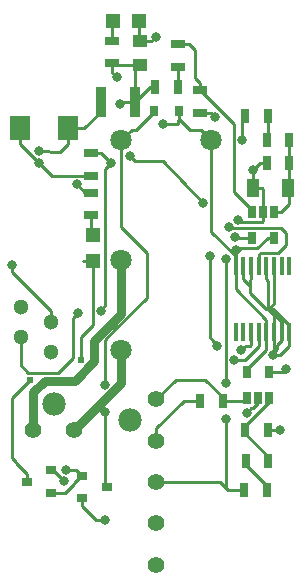
<source format=gtl>
G04 #@! TF.GenerationSoftware,KiCad,Pcbnew,5.0.0-fee4fd1~66~ubuntu18.04.1*
G04 #@! TF.CreationDate,2019-02-11T21:46:51-05:00*
G04 #@! TF.ProjectId,IMD_v1,494D445F76312E6B696361645F706362,rev?*
G04 #@! TF.SameCoordinates,Original*
G04 #@! TF.FileFunction,Copper,L1,Top,Signal*
G04 #@! TF.FilePolarity,Positive*
%FSLAX46Y46*%
G04 Gerber Fmt 4.6, Leading zero omitted, Abs format (unit mm)*
G04 Created by KiCad (PCBNEW 5.0.0-fee4fd1~66~ubuntu18.04.1) date Mon Feb 11 21:46:51 2019*
%MOMM*%
%LPD*%
G01*
G04 APERTURE LIST*
G04 #@! TA.AperFunction,ComponentPad*
%ADD10C,1.800000*%
G04 #@! TD*
G04 #@! TA.AperFunction,SMDPad,CuDef*
%ADD11R,1.250000X1.000000*%
G04 #@! TD*
G04 #@! TA.AperFunction,SMDPad,CuDef*
%ADD12R,1.000000X1.600000*%
G04 #@! TD*
G04 #@! TA.AperFunction,SMDPad,CuDef*
%ADD13R,1.778000X2.159000*%
G04 #@! TD*
G04 #@! TA.AperFunction,SMDPad,CuDef*
%ADD14R,1.200000X1.200000*%
G04 #@! TD*
G04 #@! TA.AperFunction,SMDPad,CuDef*
%ADD15R,0.800000X0.900000*%
G04 #@! TD*
G04 #@! TA.AperFunction,SMDPad,CuDef*
%ADD16R,0.900000X2.500000*%
G04 #@! TD*
G04 #@! TA.AperFunction,ComponentPad*
%ADD17C,1.300000*%
G04 #@! TD*
G04 #@! TA.AperFunction,ComponentPad*
%ADD18C,1.397000*%
G04 #@! TD*
G04 #@! TA.AperFunction,ComponentPad*
%ADD19C,1.981000*%
G04 #@! TD*
G04 #@! TA.AperFunction,SMDPad,CuDef*
%ADD20R,0.900000X0.800000*%
G04 #@! TD*
G04 #@! TA.AperFunction,SMDPad,CuDef*
%ADD21R,1.300000X0.700000*%
G04 #@! TD*
G04 #@! TA.AperFunction,SMDPad,CuDef*
%ADD22R,0.700000X1.300000*%
G04 #@! TD*
G04 #@! TA.AperFunction,SMDPad,CuDef*
%ADD23R,0.650000X1.060000*%
G04 #@! TD*
G04 #@! TA.AperFunction,SMDPad,CuDef*
%ADD24R,0.350000X1.600000*%
G04 #@! TD*
G04 #@! TA.AperFunction,ViaPad*
%ADD25C,0.800000*%
G04 #@! TD*
G04 #@! TA.AperFunction,ViaPad*
%ADD26C,0.609600*%
G04 #@! TD*
G04 #@! TA.AperFunction,Conductor*
%ADD27C,0.250000*%
G04 #@! TD*
G04 #@! TA.AperFunction,Conductor*
%ADD28C,0.762000*%
G04 #@! TD*
G04 APERTURE END LIST*
D10*
G04 #@! TO.P,K1,1*
G04 #@! TO.N,Net-(D3-Pad2)*
X104013000Y-69977000D03*
G04 #@! TO.P,K1,2*
G04 #@! TO.N,Net-(J2-Pad2)*
X104013000Y-80137000D03*
G04 #@! TO.P,K1,3*
G04 #@! TO.N,Net-(J2-Pad1)*
X104013000Y-87757000D03*
G04 #@! TO.P,K1,5*
G04 #@! TO.N,/12V_Fused*
X111633000Y-69977000D03*
G04 #@! TD*
D11*
G04 #@! TO.P,C1,1*
G04 #@! TO.N,/12V_Fused*
X105600500Y-63595000D03*
G04 #@! TO.P,C1,2*
G04 #@! TO.N,GND*
X105600500Y-61595000D03*
G04 #@! TD*
D12*
G04 #@! TO.P,C2,1*
G04 #@! TO.N,Net-(C2-Pad1)*
X118149500Y-73977500D03*
G04 #@! TO.P,C2,2*
G04 #@! TO.N,GND*
X115149500Y-73977500D03*
G04 #@! TD*
D13*
G04 #@! TO.P,D1,2*
G04 #@! TO.N,GND*
X95440500Y-68961000D03*
G04 #@! TO.P,D1,1*
G04 #@! TO.N,+12V*
X99504500Y-68961000D03*
G04 #@! TD*
D14*
G04 #@! TO.P,D2,1*
G04 #@! TO.N,GND*
X105473500Y-59880500D03*
G04 #@! TO.P,D2,2*
G04 #@! TO.N,Net-(D2-Pad2)*
X103273500Y-59880500D03*
G04 #@! TD*
D15*
G04 #@! TO.P,D3,1*
G04 #@! TO.N,/12V_Fused*
X108907000Y-67500500D03*
G04 #@! TO.P,D3,2*
G04 #@! TO.N,Net-(D3-Pad2)*
X106807000Y-67500500D03*
G04 #@! TD*
D14*
G04 #@! TO.P,D4,2*
G04 #@! TO.N,Net-(D4-Pad2)*
X101600000Y-77978000D03*
G04 #@! TO.P,D4,1*
G04 #@! TO.N,Net-(D4-Pad1)*
X101600000Y-80178000D03*
G04 #@! TD*
D16*
G04 #@! TO.P,F1,1*
G04 #@! TO.N,+12V*
X102256000Y-66738500D03*
G04 #@! TO.P,F1,2*
G04 #@! TO.N,/12V_Fused*
X105156000Y-66738500D03*
G04 #@! TD*
D17*
G04 #@! TO.P,J1,3*
G04 #@! TO.N,/IMD_Status_Output*
X95504000Y-86614000D03*
G04 #@! TO.P,J1,1*
G04 #@! TO.N,GND*
X95504000Y-84074000D03*
G04 #@! TO.P,J1,2*
G04 #@! TO.N,+12V*
X98044000Y-85344000D03*
G04 #@! TO.P,J1,4*
G04 #@! TO.N,GND*
X98044000Y-87884000D03*
G04 #@! TD*
D18*
G04 #@! TO.P,J2,2*
G04 #@! TO.N,Net-(J2-Pad2)*
X96520000Y-94488000D03*
G04 #@! TO.P,J2,1*
G04 #@! TO.N,Net-(J2-Pad1)*
X100020000Y-94488000D03*
D19*
G04 #@! TO.P,J2,*
G04 #@! TO.N,*
X98270000Y-92258000D03*
G04 #@! TD*
D20*
G04 #@! TO.P,Q1,3*
G04 #@! TO.N,Net-(D3-Pad2)*
X102777000Y-99314000D03*
G04 #@! TO.P,Q1,2*
G04 #@! TO.N,GND*
X100677000Y-100264000D03*
G04 #@! TO.P,Q1,1*
G04 #@! TO.N,/IMD_Status_Output*
X100677000Y-98364000D03*
G04 #@! TD*
G04 #@! TO.P,Q2,1*
G04 #@! TO.N,/IMD_Status_Output*
X98078000Y-99819500D03*
G04 #@! TO.P,Q2,2*
G04 #@! TO.N,GND*
X98078000Y-97919500D03*
G04 #@! TO.P,Q2,3*
G04 #@! TO.N,Net-(D4-Pad1)*
X95978000Y-98869500D03*
G04 #@! TD*
D21*
G04 #@! TO.P,R1,2*
G04 #@! TO.N,Net-(D2-Pad2)*
X103251000Y-61531500D03*
G04 #@! TO.P,R1,1*
G04 #@! TO.N,/12V_Fused*
X103251000Y-63431500D03*
G04 #@! TD*
D22*
G04 #@! TO.P,R2,1*
G04 #@! TO.N,/12V_Fused*
X106870500Y-65468500D03*
G04 #@! TO.P,R2,2*
G04 #@! TO.N,Net-(R2-Pad2)*
X108770500Y-65468500D03*
G04 #@! TD*
D21*
G04 #@! TO.P,R3,1*
G04 #@! TO.N,Net-(R2-Pad2)*
X108839000Y-63751500D03*
G04 #@! TO.P,R3,2*
G04 #@! TO.N,Net-(R3-Pad2)*
X108839000Y-61851500D03*
G04 #@! TD*
G04 #@! TO.P,R4,2*
G04 #@! TO.N,GND*
X110680500Y-67625000D03*
G04 #@! TO.P,R4,1*
G04 #@! TO.N,Net-(R3-Pad2)*
X110680500Y-65725000D03*
G04 #@! TD*
D22*
G04 #@! TO.P,R5,2*
G04 #@! TO.N,Net-(R5-Pad2)*
X116393000Y-67945000D03*
G04 #@! TO.P,R5,1*
G04 #@! TO.N,/12V_Fused*
X114493000Y-67945000D03*
G04 #@! TD*
G04 #@! TO.P,R6,1*
G04 #@! TO.N,/12V_Fused*
X114432000Y-99568000D03*
G04 #@! TO.P,R6,2*
G04 #@! TO.N,Net-(R13-Pad1)*
X116332000Y-99568000D03*
G04 #@! TD*
G04 #@! TO.P,R7,1*
G04 #@! TO.N,Net-(R13-Pad2)*
X114495500Y-94488000D03*
G04 #@! TO.P,R7,2*
G04 #@! TO.N,GND*
X116395500Y-94488000D03*
G04 #@! TD*
G04 #@! TO.P,R8,1*
G04 #@! TO.N,Net-(C2-Pad1)*
X118234500Y-69977000D03*
G04 #@! TO.P,R8,2*
G04 #@! TO.N,Net-(R5-Pad2)*
X116334500Y-69977000D03*
G04 #@! TD*
G04 #@! TO.P,R9,1*
G04 #@! TO.N,Net-(R9-Pad1)*
X112585500Y-92011500D03*
G04 #@! TO.P,R9,2*
G04 #@! TO.N,GND*
X110685500Y-92011500D03*
G04 #@! TD*
G04 #@! TO.P,R10,2*
G04 #@! TO.N,GND*
X116334500Y-71882000D03*
G04 #@! TO.P,R10,1*
G04 #@! TO.N,Net-(C2-Pad1)*
X118234500Y-71882000D03*
G04 #@! TD*
D21*
G04 #@! TO.P,R11,1*
G04 #@! TO.N,/IMD_Status_Output*
X101409500Y-71056500D03*
G04 #@! TO.P,R11,2*
G04 #@! TO.N,GND*
X101409500Y-72956500D03*
G04 #@! TD*
G04 #@! TO.P,R12,2*
G04 #@! TO.N,Net-(D4-Pad2)*
X101409500Y-76322000D03*
G04 #@! TO.P,R12,1*
G04 #@! TO.N,/12V_Fused*
X101409500Y-74422000D03*
G04 #@! TD*
D22*
G04 #@! TO.P,R13,2*
G04 #@! TO.N,Net-(R13-Pad2)*
X116459000Y-97091500D03*
G04 #@! TO.P,R13,1*
G04 #@! TO.N,Net-(R13-Pad1)*
X114559000Y-97091500D03*
G04 #@! TD*
D18*
G04 #@! TO.P,U1,2*
G04 #@! TO.N,GND*
X106934000Y-95405000D03*
G04 #@! TO.P,U1,1*
G04 #@! TO.N,Net-(R9-Pad1)*
X106934000Y-91905000D03*
D19*
G04 #@! TO.P,U1,*
G04 #@! TO.N,*
X104704000Y-93655000D03*
D18*
G04 #@! TO.P,U1,3*
G04 #@! TO.N,/12V_Fused*
X106934000Y-98905000D03*
G04 #@! TO.P,U1,4*
G04 #@! TO.N,GND*
X106934000Y-102405000D03*
G04 #@! TO.P,U1,5*
X106934000Y-105905000D03*
G04 #@! TD*
D23*
G04 #@! TO.P,U2,5*
G04 #@! TO.N,/12V_Fused*
X114622500Y-89557500D03*
G04 #@! TO.P,U2,4*
G04 #@! TO.N,Net-(U2-Pad4)*
X116522500Y-89557500D03*
G04 #@! TO.P,U2,3*
G04 #@! TO.N,Net-(R13-Pad2)*
X116522500Y-91757500D03*
G04 #@! TO.P,U2,2*
G04 #@! TO.N,GND*
X115572500Y-91757500D03*
G04 #@! TO.P,U2,1*
G04 #@! TO.N,Net-(R9-Pad1)*
X114622500Y-91757500D03*
G04 #@! TD*
G04 #@! TO.P,U3,1*
G04 #@! TO.N,Net-(C2-Pad1)*
X116964500Y-76052500D03*
G04 #@! TO.P,U3,2*
G04 #@! TO.N,GND*
X116014500Y-76052500D03*
G04 #@! TO.P,U3,3*
G04 #@! TO.N,Net-(R3-Pad2)*
X115064500Y-76052500D03*
G04 #@! TO.P,U3,4*
G04 #@! TO.N,Net-(U3-Pad4)*
X115064500Y-78252500D03*
G04 #@! TO.P,U3,5*
G04 #@! TO.N,/12V_Fused*
X116964500Y-78252500D03*
G04 #@! TD*
D24*
G04 #@! TO.P,U4,1*
G04 #@! TO.N,Net-(U4-Pad1)*
X113676000Y-86239000D03*
G04 #@! TO.P,U4,2*
G04 #@! TO.N,Net-(U4-Pad2)*
X114326000Y-86239000D03*
G04 #@! TO.P,U4,3*
G04 #@! TO.N,Net-(U3-Pad4)*
X114976000Y-86239000D03*
G04 #@! TO.P,U4,4*
G04 #@! TO.N,Net-(U2-Pad4)*
X115626000Y-86239000D03*
G04 #@! TO.P,U4,5*
G04 #@! TO.N,/12V_Fused*
X116276000Y-86239000D03*
G04 #@! TO.P,U4,6*
G04 #@! TO.N,GND*
X116926000Y-86239000D03*
G04 #@! TO.P,U4,7*
X117576000Y-86239000D03*
G04 #@! TO.P,U4,8*
X118226000Y-86239000D03*
G04 #@! TO.P,U4,9*
G04 #@! TO.N,Net-(U4-Pad9)*
X118226000Y-80639000D03*
G04 #@! TO.P,U4,10*
G04 #@! TO.N,Net-(U4-Pad10)*
X117576000Y-80639000D03*
G04 #@! TO.P,U4,11*
G04 #@! TO.N,GND*
X116926000Y-80639000D03*
G04 #@! TO.P,U4,12*
X116276000Y-80639000D03*
G04 #@! TO.P,U4,13*
G04 #@! TO.N,/IMD_Status_Output*
X115626000Y-80639000D03*
G04 #@! TO.P,U4,14*
G04 #@! TO.N,GND*
X114976000Y-80639000D03*
G04 #@! TO.P,U4,15*
X114326000Y-80639000D03*
G04 #@! TO.P,U4,16*
G04 #@! TO.N,/12V_Fused*
X113676000Y-80639000D03*
G04 #@! TD*
D25*
G04 #@! TO.N,/12V_Fused*
X103632000Y-64643000D03*
X114263000Y-69977000D03*
X100229500Y-73695986D03*
X103886000Y-66865500D03*
X107569000Y-68580000D03*
X112859826Y-80037980D03*
X112903000Y-90551000D03*
X112903000Y-93599000D03*
X113684500Y-79213306D03*
G04 #@! TO.N,GND*
X99172287Y-98843408D03*
X102616000Y-102108000D03*
X117475000Y-94488000D03*
X114624097Y-93034097D03*
X115149500Y-72467000D03*
X111948346Y-68010654D03*
X106934000Y-61214000D03*
X116874161Y-88161977D03*
X113919000Y-76708000D03*
X97032000Y-71882000D03*
G04 #@! TO.N,+12V*
X97042407Y-70867102D03*
X94742000Y-80518000D03*
G04 #@! TO.N,Net-(D3-Pad2)*
X102616000Y-90678000D03*
X102616000Y-92964000D03*
D26*
G04 #@! TO.N,Net-(D4-Pad1)*
X100584000Y-88563592D03*
X96266000Y-90297000D03*
D25*
G04 #@! TO.N,/IMD_Status_Output*
X99314000Y-97853500D03*
X104738000Y-71311452D03*
X110908000Y-75311000D03*
X113130653Y-77323234D03*
X103124000Y-71871000D03*
X102325000Y-84455000D03*
X100330000Y-84582000D03*
G04 #@! TO.N,Net-(U2-Pad4)*
X113584827Y-88565738D03*
X117919500Y-89344500D03*
G04 #@! TO.N,Net-(U3-Pad4)*
X113665000Y-78168500D03*
X114173000Y-87757000D03*
X111511815Y-79756000D03*
X112134826Y-87376000D03*
G04 #@! TD*
D27*
G04 #@! TO.N,/12V_Fused*
X114622500Y-89557500D02*
X114622500Y-89352500D01*
X110733001Y-69077001D02*
X111633000Y-69977000D01*
X109783501Y-69077001D02*
X110733001Y-69077001D01*
X108907000Y-68200500D02*
X109783501Y-69077001D01*
X108907000Y-67500500D02*
X108907000Y-68200500D01*
X106426000Y-65468500D02*
X105156000Y-66738500D01*
X106870500Y-65468500D02*
X106426000Y-65468500D01*
X105156000Y-64039500D02*
X105600500Y-63595000D01*
X105156000Y-66738500D02*
X105156000Y-64039500D01*
X103414500Y-63595000D02*
X103251000Y-63431500D01*
X105600500Y-63595000D02*
X103414500Y-63595000D01*
X116276000Y-85189000D02*
X113676000Y-82589000D01*
X116276000Y-86239000D02*
X116276000Y-85189000D01*
X116389500Y-78252500D02*
X116964500Y-78252500D01*
X115534499Y-79107501D02*
X116389500Y-78252500D01*
X114157499Y-79107501D02*
X115534499Y-79107501D01*
X113676000Y-79589000D02*
X114157499Y-79107501D01*
X116276000Y-87752308D02*
X115850654Y-88177654D01*
X116276000Y-86239000D02*
X116276000Y-87752308D01*
X114622500Y-89352500D02*
X115850654Y-88177654D01*
X113676000Y-80639000D02*
X113676000Y-82486500D01*
X113676000Y-82589000D02*
X113676000Y-82486500D01*
X111633000Y-77713000D02*
X111633000Y-69977000D01*
X113676000Y-79756000D02*
X111633000Y-77713000D01*
X113676000Y-79756000D02*
X113676000Y-79589000D01*
X113676000Y-80639000D02*
X113676000Y-79756000D01*
X103251000Y-63431500D02*
X103251000Y-64262000D01*
X103251000Y-64262000D02*
X103632000Y-64643000D01*
X114263000Y-68175000D02*
X114493000Y-67945000D01*
X114263000Y-69977000D02*
X114263000Y-68175000D01*
X101409500Y-74422000D02*
X100955514Y-74422000D01*
X104013000Y-66738500D02*
X103886000Y-66865500D01*
X105156000Y-66738500D02*
X104013000Y-66738500D01*
X100955514Y-74422000D02*
X100229500Y-73695986D01*
X108839000Y-68268500D02*
X108907000Y-68200500D01*
X107569000Y-68580000D02*
X108839000Y-68580000D01*
X108839000Y-68580000D02*
X108839000Y-68268500D01*
X112859826Y-80037980D02*
X112859826Y-90507826D01*
X112859826Y-90507826D02*
X112903000Y-90551000D01*
X114432000Y-99568000D02*
X113220500Y-99568000D01*
X113220500Y-99568000D02*
X113030000Y-99568000D01*
X113030000Y-99568000D02*
X112859826Y-99397826D01*
X113676000Y-79221806D02*
X113684500Y-79213306D01*
X113676000Y-79589000D02*
X113676000Y-79221806D01*
X112903000Y-93599000D02*
X112903000Y-98762826D01*
X112859826Y-99397826D02*
X112859826Y-98806000D01*
X112903000Y-98762826D02*
X112859826Y-98806000D01*
X112367000Y-98905000D02*
X106934000Y-98905000D01*
X112859826Y-99397826D02*
X112367000Y-98905000D01*
G04 #@! TO.N,GND*
X114326000Y-80639000D02*
X114326000Y-81689000D01*
X114326000Y-81689000D02*
X114900999Y-82263999D01*
X114900999Y-82896999D02*
X116268500Y-84264500D01*
X116268500Y-84264500D02*
X116459000Y-84264500D01*
X114900999Y-81764001D02*
X114900999Y-82423000D01*
X114976000Y-81689000D02*
X114900999Y-81764001D01*
X114976000Y-80639000D02*
X114976000Y-81689000D01*
X114900999Y-82263999D02*
X114900999Y-82423000D01*
X114900999Y-82423000D02*
X114900999Y-82896999D01*
X116459000Y-81872000D02*
X116459000Y-83698815D01*
X116276000Y-81689000D02*
X116459000Y-81872000D01*
X116459000Y-83698815D02*
X116459000Y-84264500D01*
X116276000Y-80639000D02*
X116276000Y-81689000D01*
X116926000Y-83797500D02*
X116459000Y-84264500D01*
X116926000Y-80639000D02*
X116926000Y-83797500D01*
X116014500Y-74092500D02*
X115899500Y-73977500D01*
X115899500Y-73977500D02*
X115149500Y-73977500D01*
X116014500Y-76052500D02*
X116014500Y-74092500D01*
X116926000Y-84731500D02*
X116926000Y-86239000D01*
X116459000Y-84264500D02*
X116926000Y-84731500D01*
X117576000Y-85381500D02*
X116459000Y-84264500D01*
X117576000Y-86239000D02*
X117576000Y-85381500D01*
X116876500Y-84264500D02*
X116459000Y-84264500D01*
X118226000Y-85614000D02*
X116876500Y-84264500D01*
X118226000Y-86239000D02*
X118226000Y-85614000D01*
X117151000Y-87289000D02*
X117576000Y-86864000D01*
X117576000Y-86864000D02*
X117576000Y-86239000D01*
X117151000Y-87513718D02*
X117151000Y-87289000D01*
X116649500Y-88015218D02*
X116714448Y-88015218D01*
X116714448Y-88015218D02*
X116868853Y-88169623D01*
X98078000Y-97919500D02*
X98248379Y-97919500D01*
X98248379Y-97919500D02*
X99172287Y-98843408D01*
X100677000Y-100914000D02*
X101871000Y-102108000D01*
X100677000Y-100264000D02*
X100677000Y-100914000D01*
X101871000Y-102108000D02*
X102616000Y-102108000D01*
X110685500Y-92011500D02*
X109283500Y-92011500D01*
X106934000Y-94361000D02*
X106934000Y-95405000D01*
X109283500Y-92011500D02*
X106934000Y-94361000D01*
X116395500Y-94488000D02*
X117475000Y-94488000D01*
X115185904Y-92634098D02*
X115024096Y-92634098D01*
X115024096Y-92634098D02*
X114624097Y-93034097D01*
X115572500Y-92247502D02*
X115185904Y-92634098D01*
X115572500Y-91757500D02*
X115572500Y-92247502D01*
X110685500Y-92311500D02*
X110685500Y-92011500D01*
X115149500Y-72927500D02*
X115149500Y-73977500D01*
X115149500Y-72467000D02*
X115149500Y-72927500D01*
X115734500Y-71882000D02*
X115149500Y-72467000D01*
X116334500Y-71882000D02*
X115734500Y-71882000D01*
X110680500Y-67625000D02*
X111562692Y-67625000D01*
X111562692Y-67625000D02*
X111948346Y-68010654D01*
X105473500Y-61468000D02*
X105600500Y-61595000D01*
X105473500Y-59880500D02*
X105473500Y-61468000D01*
X105600500Y-61595000D02*
X106553000Y-61595000D01*
X106553000Y-61595000D02*
X106934000Y-61214000D01*
X116727402Y-88015218D02*
X116874161Y-88161977D01*
X116649500Y-88015218D02*
X116874161Y-88161977D01*
X116714448Y-88015218D02*
X116727402Y-88015218D01*
X116874161Y-88161977D02*
X117151000Y-87513718D01*
X114118501Y-76907501D02*
X113919000Y-76708000D01*
X115939499Y-76907501D02*
X114118501Y-76907501D01*
X116014500Y-76052500D02*
X116014500Y-76832500D01*
X116014500Y-76832500D02*
X115939499Y-76907501D01*
X100509500Y-72956500D02*
X101409500Y-72956500D01*
X98106500Y-72956500D02*
X100509500Y-72956500D01*
X95440500Y-68961000D02*
X95440500Y-70290500D01*
X97032000Y-71882000D02*
X98106500Y-72956500D01*
X95440500Y-70290500D02*
X97032000Y-71882000D01*
X116926000Y-88110138D02*
X116874161Y-88161977D01*
X116926000Y-86239000D02*
X116926000Y-88110138D01*
X118226000Y-87375823D02*
X118226000Y-87289000D01*
X118226000Y-87289000D02*
X118226000Y-86239000D01*
X117439846Y-88161977D02*
X118226000Y-87375823D01*
X116874161Y-88161977D02*
X117439846Y-88161977D01*
G04 #@! TO.N,Net-(C2-Pad1)*
X117539500Y-76052500D02*
X116964500Y-76052500D01*
X118234500Y-75357500D02*
X117539500Y-76052500D01*
X118234500Y-69977000D02*
X118234500Y-75357500D01*
G04 #@! TO.N,+12V*
X100643500Y-68961000D02*
X99504500Y-68961000D01*
X100833500Y-68961000D02*
X100643500Y-68961000D01*
X102256000Y-67538500D02*
X100833500Y-68961000D01*
X102256000Y-66738500D02*
X102256000Y-67538500D01*
X99504500Y-70290500D02*
X98802000Y-70993000D01*
X99504500Y-68961000D02*
X99504500Y-70290500D01*
X97028000Y-70881509D02*
X97042407Y-70867102D01*
X97028000Y-70993000D02*
X97028000Y-70881509D01*
X98802000Y-70993000D02*
X97042407Y-70867102D01*
X98044000Y-84424762D02*
X94742000Y-81122762D01*
X98044000Y-85344000D02*
X98044000Y-84424762D01*
X94742000Y-81122762D02*
X94742000Y-80518000D01*
G04 #@! TO.N,Net-(D2-Pad2)*
X103251000Y-59903000D02*
X103273500Y-59880500D01*
X103251000Y-61531500D02*
X103251000Y-59903000D01*
G04 #@! TO.N,Net-(D3-Pad2)*
X106807000Y-67550500D02*
X106807000Y-67500500D01*
X105280499Y-69077001D02*
X106807000Y-67550500D01*
X104912999Y-69077001D02*
X105280499Y-69077001D01*
X104013000Y-69977000D02*
X104912999Y-69077001D01*
X104013000Y-69977000D02*
X104013000Y-77343000D01*
X104013000Y-77343000D02*
X106172000Y-79502000D01*
X106172000Y-79502000D02*
X106172000Y-83312000D01*
X106172000Y-83312000D02*
X103505000Y-85979000D01*
X103505000Y-85979000D02*
X102616000Y-86868000D01*
X102616000Y-86868000D02*
X102616000Y-90678000D01*
X102616000Y-99153000D02*
X102777000Y-99314000D01*
X102616000Y-92964000D02*
X102616000Y-99153000D01*
G04 #@! TO.N,Net-(D4-Pad1)*
X100750000Y-80178000D02*
X101600000Y-80178000D01*
X101600000Y-81028000D02*
X101600000Y-80178000D01*
X101600000Y-85644002D02*
X101600000Y-81028000D01*
X95059500Y-97218500D02*
X94742000Y-96901000D01*
X95978000Y-98219500D02*
X95059500Y-97301000D01*
X95978000Y-98869500D02*
X95978000Y-98219500D01*
X95059500Y-97301000D02*
X95059500Y-97218500D01*
X94742000Y-96901000D02*
X94742000Y-91821000D01*
X96266000Y-90297000D02*
X94742000Y-91821000D01*
X101600000Y-85644002D02*
X100584000Y-86660002D01*
X100584000Y-86660002D02*
X100584000Y-87884000D01*
X100584000Y-87884000D02*
X100584000Y-88563592D01*
G04 #@! TO.N,Net-(D4-Pad2)*
X101409500Y-77787500D02*
X101600000Y-77978000D01*
X101409500Y-76322000D02*
X101409500Y-77787500D01*
G04 #@! TO.N,/IMD_Status_Output*
X100627000Y-98364000D02*
X100677000Y-98364000D01*
X99977000Y-99014000D02*
X100627000Y-98364000D01*
X99221500Y-99819500D02*
X99977000Y-99064000D01*
X99977000Y-99064000D02*
X99977000Y-99014000D01*
X98078000Y-99819500D02*
X99221500Y-99819500D01*
X100166500Y-97853500D02*
X100677000Y-98364000D01*
X99314000Y-97853500D02*
X100166500Y-97853500D01*
X99905818Y-88435182D02*
X98679000Y-89662000D01*
X98679000Y-89662000D02*
X96139000Y-89662000D01*
X95504000Y-89027000D02*
X95504000Y-86614000D01*
X96139000Y-89662000D02*
X95504000Y-89027000D01*
X115748501Y-79513999D02*
X115626000Y-79636500D01*
X117983000Y-78797685D02*
X117266686Y-79513999D01*
X117266686Y-79513999D02*
X115748501Y-79513999D01*
X115626000Y-79636500D02*
X115626000Y-80639000D01*
X105137999Y-71711451D02*
X107525451Y-71711451D01*
X104738000Y-71311452D02*
X105137999Y-71711451D01*
X111125000Y-75311000D02*
X110908000Y-75311000D01*
X107525451Y-71711451D02*
X110908000Y-75311000D01*
X117509513Y-77357511D02*
X117983000Y-77830998D01*
X114342491Y-77357511D02*
X117509513Y-77357511D01*
X114267001Y-77433001D02*
X114342491Y-77357511D01*
X113130653Y-77323234D02*
X113240420Y-77433001D01*
X113240420Y-77433001D02*
X114267001Y-77433001D01*
X117983000Y-78232000D02*
X117983000Y-78486000D01*
X117983000Y-77830998D02*
X117983000Y-78486000D01*
X117983000Y-78486000D02*
X117983000Y-78797685D01*
X102309500Y-71056500D02*
X103124000Y-71871000D01*
X101409500Y-71056500D02*
X102309500Y-71056500D01*
X103124000Y-71871000D02*
X102616000Y-72379000D01*
X102616000Y-72379000D02*
X102616000Y-83947000D01*
X102108000Y-84455000D02*
X102325000Y-84455000D01*
X102616000Y-83947000D02*
X102325000Y-84455000D01*
X99905818Y-85006182D02*
X100330000Y-84582000D01*
X99905818Y-88435182D02*
X99905818Y-85006182D01*
D28*
G04 #@! TO.N,Net-(J2-Pad2)*
X104013000Y-84645500D02*
X104013000Y-80137000D01*
D27*
X96783089Y-90942499D02*
X96520000Y-91205588D01*
D28*
X97512590Y-90320410D02*
X96520000Y-91313000D01*
X100052590Y-90320410D02*
X97512590Y-90320410D01*
X101724598Y-88648402D02*
X100052590Y-90320410D01*
D27*
X96520000Y-91313000D02*
X96520000Y-91205588D01*
D28*
X96520000Y-91313000D02*
X96520000Y-94488000D01*
X101724598Y-86933902D02*
X101957590Y-86700910D01*
X101724598Y-88648402D02*
X101724598Y-86933902D01*
X102050010Y-86608490D02*
X101957590Y-86700910D01*
X101957590Y-86700910D02*
X104013000Y-84645500D01*
G04 #@! TO.N,Net-(J2-Pad1)*
X104013000Y-90495000D02*
X104013000Y-87757000D01*
X100020000Y-94488000D02*
X104013000Y-90495000D01*
D27*
G04 #@! TO.N,Net-(R2-Pad2)*
X108839000Y-65400000D02*
X108770500Y-65468500D01*
X108839000Y-63751500D02*
X108839000Y-65400000D01*
G04 #@! TO.N,Net-(R3-Pad2)*
X109739000Y-61851500D02*
X110244500Y-62357000D01*
X108839000Y-61851500D02*
X109739000Y-61851500D01*
X110244500Y-64689000D02*
X110680500Y-65125000D01*
X110680500Y-65125000D02*
X110680500Y-65725000D01*
X110244500Y-62357000D02*
X110244500Y-64689000D01*
X110687998Y-65725000D02*
X113538000Y-68575002D01*
X110680500Y-65725000D02*
X110687998Y-65725000D01*
X115064500Y-75847500D02*
X115064500Y-76052500D01*
X113538000Y-74321000D02*
X115064500Y-75847500D01*
X113538000Y-68575002D02*
X113538000Y-74321000D01*
G04 #@! TO.N,Net-(R5-Pad2)*
X116393000Y-69918500D02*
X116334500Y-69977000D01*
X116393000Y-67945000D02*
X116393000Y-69918500D01*
G04 #@! TO.N,Net-(R13-Pad1)*
X116332000Y-99268000D02*
X116332000Y-99568000D01*
X114559000Y-97495000D02*
X116332000Y-99268000D01*
X114559000Y-97091500D02*
X114559000Y-97495000D01*
G04 #@! TO.N,Net-(R13-Pad2)*
X116522500Y-92161000D02*
X116522500Y-91757500D01*
X114495500Y-94188000D02*
X116522500Y-92161000D01*
X114495500Y-94488000D02*
X114495500Y-94188000D01*
X114495500Y-94788000D02*
X114495500Y-94488000D01*
X116459000Y-96751500D02*
X114495500Y-94788000D01*
X116459000Y-97091500D02*
X116459000Y-96751500D01*
G04 #@! TO.N,Net-(R9-Pad1)*
X106934000Y-91905000D02*
X108605500Y-90233500D01*
X112585500Y-91711500D02*
X112585500Y-92011500D01*
X111107500Y-90233500D02*
X112585500Y-91711500D01*
X108605500Y-90233500D02*
X111107500Y-90233500D01*
X114368500Y-92011500D02*
X114622500Y-91757500D01*
X112585500Y-92011500D02*
X114368500Y-92011500D01*
G04 #@! TO.N,Net-(U2-Pad4)*
X114437264Y-88565738D02*
X113584827Y-88565738D01*
X115626000Y-86239000D02*
X115626000Y-87377002D01*
X115626000Y-87377002D02*
X114437264Y-88565738D01*
X116522500Y-89557500D02*
X117706500Y-89557500D01*
X117706500Y-89557500D02*
X117919500Y-89344500D01*
G04 #@! TO.N,Net-(U3-Pad4)*
X115064500Y-78252500D02*
X113749000Y-78252500D01*
X113749000Y-78252500D02*
X113665000Y-78168500D01*
X114976000Y-87289000D02*
X114907999Y-87357001D01*
X114572999Y-87357001D02*
X114173000Y-87757000D01*
X114907999Y-87357001D02*
X114572999Y-87357001D01*
X114976000Y-86239000D02*
X114976000Y-87289000D01*
X111511815Y-79756000D02*
X111511815Y-86619815D01*
X112268000Y-87376000D02*
X112134826Y-87376000D01*
X111511815Y-86619815D02*
X112134826Y-87376000D01*
G04 #@! TD*
M02*

</source>
